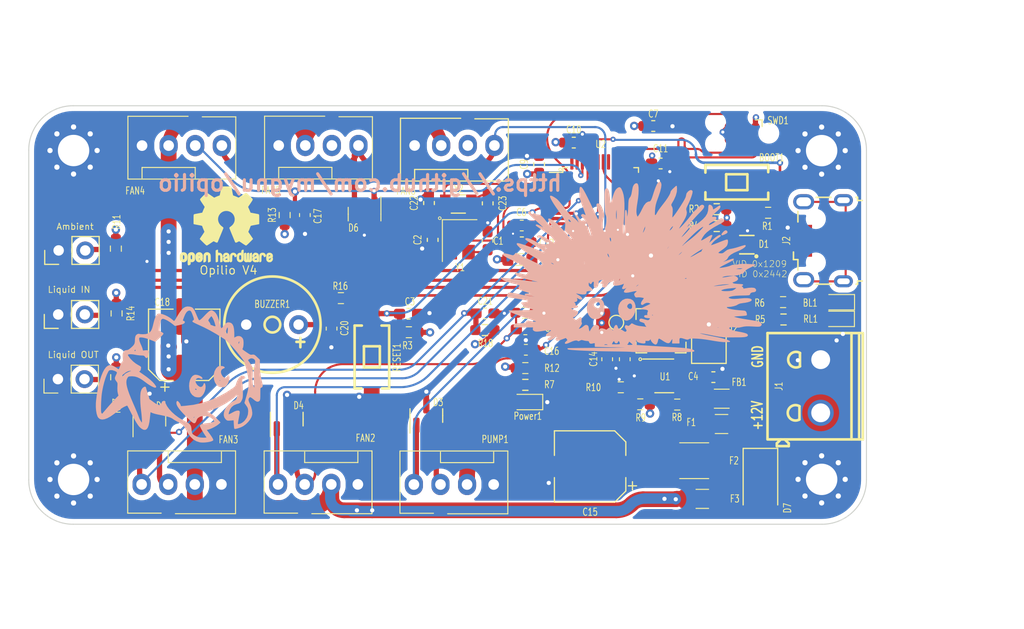
<source format=kicad_pcb>
(kicad_pcb (version 20211014) (generator pcbnew)
  (title_block (title "Opilio") (date "2022-08-15") (rev "V4.0"))
  (layers (0 "F.Cu" signal) (1 "In1.Cu" power "GND") (2 "In2.Cu" power "3V3") (31 "B.Cu" signal) (34 "B.Paste" user) (35 "F.Paste" user) (36 "B.SilkS" user "B.Silkscreen") (37 "F.SilkS" user "F.Silkscreen") (38 "B.Mask" user) (39 "F.Mask" user) (44 "Edge.Cuts" user))
  (net 0 "")
  (net 1 "BOOT0")
  (net 2 "OSCOUT")
  (net 3 "GND")
  (net 4 "OSCIN")
  (net 5 "WATER_IN_T")
  (net 6 "WATER_OUT_T")
  (net 7 "VDDA")
  (net 8 "+12VF(F)")
  (net 9 "+12VF(P)")
  (net 10 "PWM_READ1")
  (net 11 "PWM_READ3")
  (net 12 "PWM_READ2")
  (net 13 "PWM_READ4")
  (net 14 "+12V")
  (net 15 "+5V")
  (net 16 "USB_CON_D-")
  (net 17 "USB_CON_D+")
  (net 18 "SWCLK")
  (net 19 "SWIO")
  (net 20 "AMBIENT_T")
  (net 21 "PWM_OUT1")
  (net 22 "PWM_OUT3")
  (net 23 "PWM_OUT2")
  (net 24 "PWM_OUT4")
  (net 25 "Net-(Power1-Pad2)")
  (net 26 "USB_D+")
  (net 27 "USB_D-")
  (net 28 "Net-(BOOT1-Pad2)")
  (net 29 "Net-(C5-Pad1)")
  (net 30 "Net-(C5-Pad2)")
  (net 31 "Net-(F1-Pad2)")
  (net 33 "unconnected-(J2-Pad6)")
  (net 34 "RED_LED")
  (net 35 "Net-(R5-Pad2)")
  (net 36 "Net-(R8-Pad2)")
  (net 37 "BUCK_FB")
  (net 42 "BLUE_LED")
  (net 43 "Net-(BL1-Pad2)")
  (net 45 "+3.3V")
  (net 48 "BUZZER")
  (net 51 "Net-(C4-Pad1)")
  (net 52 "Net-(BUZZER1-Pad1)")
  (net 53 "NRST")
  (net 63 "CIN")
  (net 64 "COUT")
  (footprint "Resistor_SMD:R_0603_1608Metric_Pad0.98x0.95mm_HandSolder" (layer "F.Cu") (at 143.56 121.44 180)
    (fp_text reference "R18")
    (fp_text value "1k")
  )
  (footprint "Resistor_SMD:R_0603_1608Metric_Pad0.98x0.95mm_HandSolder" (layer "F.Cu") (at 165.7 109.89 180)
    (fp_text reference "R2")
    (fp_text value "10K")
  )
  (footprint "Connector_PinHeader_2.54mm:PinHeader_1x02_P2.54mm_Vertical" (layer "F.Cu") (at 102.815 119.95 90)
    (fp_text reference "J4" hide)
    (fp_text value "Conn_01x02_Male")
  )
  (footprint "Diode_SMD:D_SMA" (layer "F.Cu") (at 164.95 121.225 90)
    (fp_text reference "D2")
    (fp_text value "B230A")
  )
  (footprint "Resistor_SMD:R_0603_1608Metric_Pad0.98x0.95mm_HandSolder" (layer "F.Cu") (at 108.35 125.95 90)
    (fp_text reference "R17")
    (fp_text value "10k")
  )
  (footprint "Package_TO_SOT_SMD:SOT-23" (layer "F.Cu") (at 132.07 110.36 -90)
    (fp_text reference "D6")
    (fp_text value "SP0502BAHT")
  )
  (footprint "Resistor_SMD:R_0603_1608Metric_Pad0.98x0.95mm_HandSolder" (layer "F.Cu") (at 147.425 126.675)
    (fp_text reference "R7")
    (fp_text value "1.65K")
  )
  (footprint "Capacitor_SMD:C_0603_1608Metric_Pad1.08x0.95mm_HandSolder" (layer "F.Cu") (at 160.34 105.52)
    (fp_text reference "C11")
    (fp_text value "100nF")
  )
  (footprint "Capacitor_SMD:C_0603_1608Metric_Pad1.08x0.95mm_HandSolder" (layer "F.Cu") (at 138.575 112.82 90)
    (fp_text reference "C2")
    (fp_text value "30pF")
  )
  (footprint "Capacitor_SMD:CP_Elec_6.3x7.7" (layer "F.Cu") (at 114.85 122.85 90)
    (fp_text reference "C18")
    (fp_text value "220uF")
  )
  (footprint "Capacitor_SMD:C_0603_1608Metric_Pad1.08x0.95mm_HandSolder" (layer "F.Cu") (at 138.225 109.3 90)
    (fp_text reference "C22")
    (fp_text value "18pF")
  )
  (footprint "Connector_PinHeader_2.54mm:PinHeader_1x02_P2.54mm_Vertical" (layer "F.Cu") (at 102.855 113.83 90)
    (fp_text reference "J3" hide)
    (fp_text value "Conn_01x02_Male")
  )
  (footprint "Capacitor_SMD:C_0603_1608Metric_Pad1.08x0.95mm_HandSolder" (layer "F.Cu") (at 143.82 112.9 90)
    (fp_text reference "C1")
    (fp_text value "30pF")
  )
  (footprint "LOGO" (layer "F.Cu") (at 157.56 115.35)
    (fp_text reference "G***" hide)
    (fp_text value "LOGO" hide)
  )
  (footprint "Capacitor_SMD:C_0603_1608Metric_Pad1.08x0.95mm_HandSolder" (layer "F.Cu") (at 155.24 124.23 -90)
    (fp_text reference "C14")
    (fp_text value "10uF")
  )
  (footprint "easyeda2kicad:SW-SMD_L6.0-W3.3-LS8.0" (layer "F.Cu") (at 167.48 107.33 180)
    (fp_text reference "BOOT1")
    (fp_text value "Boot")
  )
  (footprint "Resistor_SMD:R_0603_1608Metric_Pad0.98x0.95mm_HandSolder" (layer "F.Cu") (at 172.04 118.77)
    (fp_text reference "R6")
    (fp_text value "R660")
  )
  (footprint "Capacitor_SMD:C_0603_1608Metric_Pad1.08x0.95mm_HandSolder" (layer "F.Cu") (at 143.83 109.33 -90)
    (fp_text reference "C23")
    (fp_text value "18pF")
  )
  (footprint "LED_SMD:LED_0603_1608Metric_Pad1.05x0.95mm_HandSolder" (layer "F.Cu") (at 177.19 120.37 180)
    (fp_text reference "RL1")
    (fp_text value "Red")
  )
  (footprint "Resistor_SMD:R_0603_1608Metric_Pad0.98x0.95mm_HandSolder" (layer "F.Cu") (at 172.08 120.43)
    (fp_text reference "R5")
    (fp_text value "165R")
  )
  (footprint "Resistor_SMD:R_0603_1608Metric_Pad0.98x0.95mm_HandSolder" (layer "F.Cu") (at 108.39 119.85 90)
    (fp_text reference "R14")
    (fp_text value "10k")
  )
  (footprint "Fuse:Fuse_1812_4532Metric_Pad1.30x3.40mm_HandSolder" (layer "F.Cu") (at 163.55 133.925)
    (fp_text reference "F2")
    (fp_text value "3A")
  )
  (footprint "Connector_PinHeader_2.54mm:PinHeader_1x02_P2.54mm_Vertical" (layer "F.Cu") (at 102.785 126.13 90)
    (fp_text reference "J5" hide)
    (fp_text value "Conn_01x02_Male")
  )
  (footprint "easyeda2kicad:CONN-TH_2P-P2.54_JL300-50002U01" (layer "F.Cu") (at 175.63 126.81 90)
    (fp_text reference "J1")
    (fp_text value "Screw_Terminal_01x02")
  )
  (footprint "MountingHole:MountingHole_3mm_Pad_Via" (layer "F.Cu") (at 175.72 135.71)
    (fp_text reference "H1")
    (fp_text value "MountingHole_Pad")
  )
  (footprint "Custom:USB_Micro-B_Wuerth_629105150521_narrow_holes" (layer "F.Cu") (at 175.855 112.905 90)
    (fp_text reference "J2")
    (fp_text value "USB_B_Micro")
  )
  (footprint "Custom:FanPinHeader_1x04_P2.54mm_Vertical_no_hole" (layer "F.Cu") (at 144.4 136.4 180)
    (fp_text reference "PUMP1")
    (fp_text value "Fan_4pin")
  )
  (footprint "Symbol:OSHW-Logo2_9.8x8mm_SilkScreen" (layer "F.Cu") (at 118.875 111.475)
    (fp_text reference "LOGO1" hide)
    (fp_text value "Logo_Open_Hardware_Small" hide)
  )
  (footprint "Capacitor_SMD:CP_Elec_6.3x7.7" (layer "F.Cu") (at 153.61 134.48 180)
    (fp_text reference "C15")
    (fp_text value "220uF")
  )
  (footprint "MountingHole:MountingHole_3mm_Pad_Via" (layer "F.Cu") (at 175.72 104.29)
    (fp_text reference "H2")
    (fp_text value "MountingHole_Pad")
  )
  (footprint "Capacitor_SMD:C_0603_1608Metric_Pad1.08x0.95mm_HandSolder" (layer "F.Cu") (at 147.475 123.325)
    (fp_text reference "C16")
    (fp_text value "10nF")
  )
  (footprint "Resistor_SMD:R_0603_1608Metric_Pad0.98x0.95mm_HandSolder" (layer "F.Cu") (at 165.7 111.5 180)
    (fp_text reference "R4")
    (fp_text value "1k5")
  )
  (footprint "Capacitor_SMD:C_0603_1608Metric_Pad1.08x0.95mm_HandSolder" (layer "F.Cu") (at 148.74 105.6 90)
    (fp_text reference "C9")
    (fp_text value "100nF")
  )
  (footprint "Capacitor_SMD:C_0603_1608Metric_Pad1.08x0.95mm_HandSolder" (layer "F.Cu") (at 126.37 110.45 90)
    (fp_text reference "C17")
    (fp_text value "10nF")
  )
  (footprint "Resistor_SMD:R_0603_1608Metric_Pad0.98x0.95mm_HandSolder" (layer "F.Cu") (at 136.3 121.65 180)
    (fp_text reference "R3")
    (fp_text value "10k")
  )
  (footprint "TestPoint:TestPoint_Pad_D1.0mm" (layer "F.Cu") (at 156.11 120.73)
    (fp_text reference "TP1" hide)
    (fp_text value "3v3")
  )
  (footprint "Resistor_SMD:R_0603_1608Metric_Pad0.98x0.95mm_HandSolder" (layer "F.Cu") (at 147.425 125.075)
    (fp_text reference "R12")
    (fp_text value "1k")
  )
  (footprint "Package_TO_SOT_SMD:SOT-23" (layer "F.Cu") (at 137.97 129.61 90)
    (fp_text reference "D3")
    (fp_text value "SP0502BAHT")
  )
  (footprint "Fuse:Fuse_1206_3216Metric_Pad1.42x1.75mm_HandSolder" (layer "F.Cu") (at 166.16 130.42)
    (fp_text reference "F1")
    (fp_text value "250mA")
  )
  (footprint "Custom:FanPinHeader_1x04_P2.54mm_Vertical_no_hole" (layer "F.Cu") (at 136.85 103.8)
    (fp_text reference "FAN6")
    (fp_text value "Fan_4pin")
  )
  (footprint "Capacitor_SMD:C_0603_1608Metric_Pad1.08x0.95mm_HandSolder" (layer "F.Cu") (at 152.05 103.525)
    (fp_text reference "C10")
    (fp_text value "100nF")
  )
  (footprint "LED_SMD:LED_0603_1608Metric_Pad1.05x0.95mm_HandSolder" (layer "F.Cu") (at 177.2 118.78 180)
    (fp_text reference "BL1")
    (fp_text value "Blue")
  )
  (footprint "Package_TO_SOT_SMD:SOT-23" (layer "F.Cu") (at 111.52 129.97 90)
    (fp_text reference "D5")
    (fp_text value "SP0502BAHT")
  )
  (footprint "Crystal:Crystal_SMD_3215-2Pin_3.2x1.5mm" (layer "F.Cu") (at 141.025 109.39 180)
    (fp_text reference "Y2")
    (fp_text value "YST310S 32.768KHz")
  )
  (footprint "Diode_SMD:D_SMA" (layer "F.Cu") (at 169.875 136.15 -90)
    (fp_text reference "D7")
    (fp_text value "B230A")
  )
  (footprint "Crystal:Crystal_SMD_3225-4Pin_3.2x2.5mm" (layer "F.Cu") (at 141.15 112.89 -90)
    (fp_text reference "Y1")
    (fp_text value "YSX531SL 8MHz")
  )
  (footprint "Custom:FanPinHeader_1x04_P2.54mm_Vertical_no_hole" (layer "F.Cu") (at 131.43 136.39 180)
    (fp_text reference "FAN2")
    (fp_text value "Fan_4pin")
  )
  (footprint "Package_QFP:LQFP-48_7x7mm_P0.5mm" (layer "F.Cu") (at 154.62 109.53)
    (fp_text reference "U2")
    (fp_text value "STM32F103C8T6")
  )
  (footprint "Inductor_SMD:L_0805_2012Metric_Pad1.05x1.20mm_HandSolder" (layer "F.Cu") (at 146.9 114.7)
    (fp_text reference "L2")
    (fp_text value "39nH")
  )
  (footprint "Custom:FanPinHeader_1x04_P2.54mm_Vertical_no_hole" (layer "F.Cu") (at 110.82 103.61)
    (fp_text reference "FAN4")
    (fp_text value "Fan_4pin")
  )
  (footprint "MountingHole:MountingHole_3mm_Pad_Via" (layer "F.Cu") (at 104.28 135.72)
    (fp_text reference "H3")
    (fp_text value "MountingHole_Pad")
  )
  (footprint "Resistor_SMD:R_0603_1608Metric_Pad0.98x0.95mm_HandSolder" (layer "F.Cu") (at 147.41 119.79 180)
    (fp_text reference "R15")
    (fp_text value "1k")
  )
  (footprint "Resistor_SMD:R_0603_1608Metric_Pad0.98x0.95mm_HandSolder" (layer "F.Cu") (at 124.44 110.45 90)
    (fp_text reference "R13")
    (fp_text value "1k")
  )
  (footprint "Package_TO_SOT_SMD:SOT-23-6_Handsoldering" (layer "F.Cu") (at 160.69 125.82)
    (fp_text reference "U1")
    (fp_text value "EUP3458")
  )
  (footprint "Fuse:Fuse_1206_3216Metric_Pad1.42x1.75mm_HandSolder" (layer "F.Cu") (at 164.325 137.575)
    (fp_text reference "F3")
    (fp_text value "1.1A")
  )
  (footprint "LED_SMD:LED_0603_1608Metric_Pad1.05x0.95mm_HandSolder" (layer "F.Cu") (at 147.425 128.32 180)
    (fp_text reference "Power1")
    (fp_text value "Green")
  )
  (footprint "tag_connect:Tag-Connect_TC2030-IDC-NL_2x03_P1.27mm_Vertical" (layer "F.Cu") (at 168.13 102.62 180)
    (fp_text reference "SWD1")
    (fp_text value "TC2030-IDC-NL_SWD")
  )
  (footprint "Capacitor_SMD:C_0603_1608Metric_Pad1.08x0.95mm_HandSolder" (layer "F.Cu") (at 147.09 113.05 180)
    (fp_text reference "C12")
    (fp_text value "1uF")
  )
  (footprint "Resistor_SMD:R_0603_1608Metric_Pad0.98x0.95mm_HandSolder" (layer "F.Cu") (at 129.81 118.39 180)
    (fp_text reference "R16")
    (fp_text value "100R")
  )
  (footprint "Capacitor_SMD:C_0603_1608Metric_Pad1.08x0.95mm_HandSolder" (layer "F.Cu") (at 147.425 121.375 180)
    (fp_text reference "C19")
    (fp_text value "10nF")
  )
  (footprint "Inductor_SMD:L_Bourns-SRN4018" (layer "F.Cu") (at 160.38 121.51 180)
    (fp_text reference "L1")
    (fp_text value "4.7uH")
  )
  (footprint "Resistor_SMD:R_0603_1608Metric_Pad0.98x0.95mm_HandSolder" (layer "F.Cu") (at 158.4 128.54 180)
    (fp_text reference "R9")
    (fp_text value "75k")
  )
  (footprint "easyeda2kicad:SW-SMD_L6.0-W3.3-LS8.0" (layer "F.Cu") (at 132.75 123.87 90)
    (fp_text reference "RESET1")
    (fp_text value "Reset")
  )
  (footprint "Capacitor_SMD:C_1206_3216Metric_Pad1.33x1.80mm_HandSolder" (layer "F.Cu") (at 166.18 128)
    (fp_text reference "FB1")
    (fp_text value "CBW321609U600")
  )
  (footprint "Capacitor_SMD:C_0603_1608Metric_Pad1.08x0.95mm_HandSolder" (layer "F.Cu") (at 161.39 118.18 180)
    (fp_text reference "C5")
    (fp_text value "10nF")
  )
  (footprint "easyeda2kicad:SOT-666-6_L1.6-W1.2-P0.50-LS1.6-BL" (layer "F.Cu") (at 168.5775 113.28 90)
    (fp_text reference "D1")
    (fp_text value "USBLC6-2SC6")
  )
  (footprint "Capacitor_SMD:C_0603_1608Metric_Pad1.08x0.95mm_HandSolder" (layer "F.Cu") (at 159.64 101.94)
    (fp_text reference "C7")
    (fp_text value "10uF")
  )
  (footprint "MountingHole:MountingHole_3mm_Pad_Via" (layer "F.Cu") (at 104.28 104.28)
    (fp_text reference "H4")
    (fp_text value "MountingHole_Pad")
  )
  (footprint "Resistor_SMD:R_0603_1608Metric_Pad0.98x0.95mm_HandSolder" (layer "F.Cu") (at 170.61 110.23)
    (fp_text reference "R1")
    (fp_text value "100k")
  )
  (footprint "LOGO" (layer "F.Cu") (at 114.4 125.675)
    (fp_text reference "G***" hide)
    (fp_text value "LOGO" hide)
  )
  (footprint "Capacitor_SMD:C_0603_1608Metric_Pad1.08x0.95mm_HandSolder" (layer "F.Cu") (at 165.38 125.94)
    (fp_text reference "C4")
    (fp_text value "10uF")
  )
  (footprint "Capacitor_SMD:C_0603_1608Metric_Pad1.08x0.95mm_HandSolder" (layer "F.Cu") (at 156.92 124.23 -90)
    (fp_text reference "C13")
    (fp_text value "10uF")
  )
  (footprint "Capacitor_SMD:C_0603_1608Metric_Pad1.08x0.95mm_HandSolder" (layer "F.Cu") (at 128.92 121.3 -90)
    (fp_text reference "C20")
    (fp_text value "100nF")
  )
  (footprint "Custom:FanPinHeader_1x04_P2.54mm_Vertical_no_hole" (layer "F.Cu") (at 118.4 136.39 180)
    (fp_text reference "FAN3")
    (fp_text value "Fan_4pin")
  )
  (footprint "Capacitor_SMD:C_0603_1608Metric_Pad1.08x0.95mm_HandSolder" (layer "F.Cu") (at 143.57 119.85 180)
    (fp_text reference "C21")
    (fp_text value "10nF")
  )
  (footprint "Resistor_SMD:R_0603_1608Metric_Pad0.98x0.95mm_HandSolder" (layer "F.Cu") (at 161.93 128.56 180)
    (fp_text reference "R8")
    (fp_text value "22R")
  )
  (footprint "Resistor_SMD:R_0603_1608Metric_Pad0.98x0.95mm_HandSolder" (layer "F.Cu") (at 108.32 113.66 90)
    (fp_text reference "R11")
    (fp_text value "10k")
  )
  (footprint "Capacitor_SMD:C_0603_1608Metric_Pad1.08x0.95mm_HandSolder" (layer "F.Cu") (at 136.275 119.875)
    (fp_text reference "C3")
    (fp_text value "100nF")
  )
  (footprint "Custom:FanPinHeader_1x04_P2.54mm_Vertical_no_hole" (layer "F.Cu") (at 123.87 103.6)
    (fp_text reference "FAN5")
    (fp_text value "Fan_4pin")
  )
  (footprint "Resistor_SMD:R_0603_1608Metric_Pad0.98x0.95mm_HandSolder" (layer "F.Cu") (at 156.54 126.91 180)
    (fp_text reference "R10")
    (fp_text value "24k")
  )
  (footprint "Capacitor_SMD:C_0603_1608Metric_Pad1.08x0.95mm_HandSolder" (layer "F.Cu") (at 147.08 111.45 180)
    (fp_text reference "C6")
    (fp_text value "10nF")
  )
  (footprint "Package_TO_SOT_SMD:SOT-23" (layer "F.Cu") (at 124.64 129.95 90)
    (fp_text reference "D4")
    (fp_text value "SP0502BAHT")
  )
  (footprint "Capacitor_SMD:C_0603_1608Metric_Pad1.08x0.95mm_HandSolder" (layer "F.Cu") (at 158.425 115.5)
    (fp_text reference "C8")
    (fp_text value "100nF")
  )
  (footprint "easyeda2kicad:BUZ-TH_BD9.0-P5.00-D0.6-FD" (layer "F.Cu") (at 123.27 120.92 180)
    (fp_text reference "BUZZER1")
    (fp_text value "HNB09A03")
  )
  (gr_circle (center 139.25 110.75) (end 139.38 110.75) (layer "F.SilkS") (width 0.08) (fill none))
  (gr_circle (center 150.75 106.1) (end 150.88 106.1) (layer "F.SilkS") (width 0.08) (fill none))
  (gr_circle (center 158.4 124.23) (end 158.53 124.23) (layer "F.SilkS") (width 0.1) (fill none))
  (gr_line (start 175.758938 139.998938) (end 104.241062 139.998937) (layer "Edge.Cuts") (width 0.1))
  (gr_arc locked (start 179.998937 135.758938) (mid 178.760323 138.760324) (end 175.758938 139.998938) (layer "Edge.Cuts") (width 0.1))
  (gr_arc locked (start 100.001063 104.241062) (mid 101.239677 101.239676) (end 104.241062 100.001062) (layer "Edge.Cuts") (width 0.1))
  (gr_line (start 104.241062 100.001062) (end 175.76 100.000001) (layer "Edge.Cuts") (width 0.1))
  (gr_line (start 100.001062 135.758938) (end 100.001063 104.241062) (layer "Edge.Cuts") (width 0.1))
  (gr_arc locked (start 175.76 100.000001) (mid 178.761386 101.238615) (end 180 104.24) (layer "Edge.Cuts") (width 0.1))
  (gr_line (start 180 104.24) (end 179.998937 135.758938) (layer "Edge.Cuts") (width 0.1))
  (gr_arc locked (start 104.241062 139.998937) (mid 101.239676 138.760323) (end 100.001062 135.758938) (layer "Edge.Cuts") (width 0.1))
  (gr_text "https://github.com/mygnu/opilio" (at 131.625 107.4) (layer "B.SilkS") (effects (font (size 1.5 1.5) (thickness 0.3)) (justify mirror)))
  (gr_text "Opilio V4" (at 119.075 115.725) (layer "F.SilkS") (effects (font (size 0.8 0.8) (thickness 0.1))))
  (gr_text "Liquid OUT" (at 104.25 123.8) (layer "F.SilkS") (effects (font (size 0.6 0.6) (thickness 0.08))))
  (gr_text "Ambient\n" (at 104.425 111.55) (layer "F.SilkS") (effects (font (size 0.6 0.6) (thickness 0.08))))
  (gr_text "Liquid IN" (at 103.85 117.575) (layer "F.SilkS") (effects (font (size 0.6 0.6) (thickness 0.08))))
  (gr_text "GND" (at 169.61 123.98 90) (layer "F.SilkS") (effects (font (size 1 0.7))))
  (gr_text "+12V" (at 169.57 129.6 90) (layer "F.SilkS") (effects (font (size 1 0.7))))
  (gr_text "VID 0x1209\nPID 0x2442" (at 169.8 115.6) (layer "F.SilkS") (effects (font (size 0.6 0.6) (thickness 0.05))))
  (segment (start 154.03 103.48) (end 154.125 103.385) (width 0.2) (layer "F.Cu") (net 1))
  (segment (start 154.547487 103.21) (end 155.8 103.21) (width 0.2) (layer "F.Cu") (net 1))
  (segment (start 171.24 108.44) (end 170.115646 109.564354) (width 0.5) (layer "F.Cu") (net 1))
  (segment (start 153.87 105.3675) (end 153.87 103.866274) (width 0.2) (layer "F.Cu") (net 1))
  (segment (start 171.48 107.33) (end 171.48 107.860589) (width 0.5) (layer "F.Cu") (net 1))
  (segment (start 171.74 105.45) (end 171.74 106.87) (width 0.25) (layer "F.Cu") (net 1))
  (via (at 155.8 103.21) (size 0.5) (drill 0.2) (layers "F.Cu" "B.Cu") (net 1))
  (via (at 171.74 105.45) (size 0.6) (drill 0.3) (layers "F.Cu" "B.Cu") (net 1))
  (arc (start 153.87 103.866274) (mid 153.911583 103.657224) (end 154.03 103.48) (width 0.2) (layer "F.Cu") (net 1))
  (arc (start 170.115646 109.564354) (mid 169.902387 109.883519) (end 169.8275 110.26) (width 0.5) (layer "F.Cu") (net 1))
  (arc (start 154.125 103.385) (mid 154.318838 103.255481) (end 154.547487 103.21) (width 0.2) (layer "F.Cu") (net 1))
  (arc (start 171.48 107.860589) (mid 171.417626 108.174164) (end 171.24 108.44) (width 0.5) (layer "F.Cu") (net 1))
  (segment (start 171.74 105.45) (end 164.53 105.45) (width 0.25) (layer "B.Cu") (net 1))
  (segment (start 155.851621 103.261621) (end 162.341621 103.261621) (width 0.2) (layer "B.Cu") (net 1))
  (arc (start 162.341621 103.261621) (mid 163.316282 103.665339) (end 163.72 104.64) (width 0.2) (layer "B.Cu") (net 1))
  (arc (start 155.8 103.21) (mid 155.815119 103.246502) (end 155.851621 103.261621) (width 0.2) (layer "B.Cu") (net 1))
  (arc (start 164.53 105.45) (mid 163.957244 105.212756) (end 163.72 104.64) (width 0.25) (layer "B.Cu") (net 1))
  (segment (start 145.33 113.15) (end 145.33 110.695) (width 0.2) (layer "F.Cu") (net 2))
  (segment (start 143.82 113.6325) (end 144.8475 113.6325) (width 0.2) (layer "F.Cu") (net 2))
  (segment (start 142 113.99) (end 143.2925 113.99) (width 0.2) (layer "F.Cu") (net 2))
  (segment (start 143.2925 113.99) (end 143.79 113.4925) (width 0.2) (layer "F.Cu") (net 2))
  (segment (start 146.725 109.3) (end 150.4375 109.3) (width 0.2) (layer "F.Cu") (net 2))
  (arc (start 145.33 110.695) (mid 145.738586 109.708586) (end 146.725 109.3) (width 0.2) (layer "F.Cu") (net 2))
  (arc (start 144.8475 113.6325) (mid 145.188679 113.491179) (end 145.33 113.15) (width 0.2) (layer "F.Cu") (net 2))
  (segment (start 146.2475 112.3025) (end 146.2475 113.02) (width 0.5) (layer "F.Cu") (net 3))
  (segment (start 132.05 110.94375) (end 132.05 112.33625) (width 0.5) (layer "F.Cu") (net 3))
  (segment (start 157.6475 125.82) (end 157.83 125.82) (width 0.7) (layer "F.Cu") (net 3))
  (segment (start 157.83 125.82) (end 159.34 125.82) (width 0.7) (layer "F.Cu") (net 3))
  (segment (start 132.75 127.87) (end 131.61 127.87) (width 0.5) (layer "F.Cu") (net 3))
  (segment (start 156.87 112.61) (end 157.18 112.3) (width 0.3) (layer "F.Cu") (net 3))
  (segment (start 143.83 111.186) (end 143.83 112.013358) (width 0.2) (layer "F.Cu") (net 3))
  (segment (start 178.075 120.985) (end 178.075 118.78) (width 0.5) (layer "F.Cu") (net 3))
  (segment (start 166.396798 102.433201) (end 166.663202 102.166798) (width 0.5) (layer "F.Cu") (net 3))
  (segment (start 147.5825 104.7975) (end 147.58 104.8) (width 0.25) (layer "F.Cu") (net 3))
  (segment (start 145.437134 119.82) (end 144.419634 119.82) (width 0.5) (layer "F.Cu") (net 3))
  (segment (start 150.95125 110.28) (end 152.32875 110.28) (width 0.3) (layer "F.Cu") (net 3))
  (segment (start 146.771244 123.021257) (end 148.2625 121.53) (width 0.5) (layer "F.Cu") (net 3))
  (segment (start 148.71375 128.36) (end 149.18625 128.36) (width 0.5) (layer "F.Cu") (net 3))
  (segment (start 171.6525 110.779467) (end 171.6525 110.26) (width 0.4) (layer "F.Cu") (net 3))
  (segment (start 143.79 111.7675) (end 142.0225 111.7675) (width 0.3) (layer "F.Cu") (net 3))
  (segment (start 161.2225 105.49) (end 161.2225 106.293965) (width 0.5) (layer "F.Cu") (net 3))
  (segment (start 152.5 103.99) (end 152.806486 103.683514) (width 0.3) (layer "F.Cu") (net 3))
  (segment (start 175.63 124.27) (end 173.555 124.27) (width 1.5) (layer "F.Cu") (net 3))
  (segment (start 138.5 113.6625) (end 139.9725 113.6625) (width 0.4) (layer "F.Cu") (net 3))
  (segment (start 152.87 103.728698) (end 152.87 102.691302) (width 0.5) (layer "F.Cu") (net 3))
  (segment (start 146.2475 111.51) (end 146.2475 112.3025) (width 0.5) (layer "F.Cu") (net 3))
  (segment (start 166.25 126.046875) (end 166.25 125.153125) (width 0.7) (layer "F.Cu") (net 3))
  (segment (start 128.91 122.1725) (end 128.91 123.08) (width 0.5) (layer "F.Cu") (net 3))
  (segment (start 172.315 135.71) (end 170.025 138) (width 1.5) (layer "F.Cu") (net 3))
  (segment (start 156.92 125.6175) (end 156.38375 126.15375) (width 0.7) (layer "F.Cu") (net 3))
  (segment (start 156.92 125.0925) (end 156.92 125.6175) (width 0.7) (layer "F.Cu") (net 3))
  (segment (start 111.54 128.7825) (end 111.54 127.52) (width 0.5) (layer "F.Cu") (net 3))
  (segment (start 160.026049 107.28) (end 160.125549 107.1805) (width 0.3) (layer "F.Cu") (net 3))
  (segment (start 159.413321 115.43) (end 159.413321 114.316642) (width 0.5) (layer "F.Cu") (net 3))
  (segment (start 175.72 135.71) (end 172.315 135.71) (width 1.5) (layer "F.Cu") (net 3))
  (segment (start 168.65 112.88) (end 168.65 112.02) (width 0.3) (layer "F.Cu") (net 3))
  (segment (start 115.05 122.515) (end 115.05 121.135) (width 1) (layer "F.Cu") (net 3))
  (segment (start 156.38375 126.15375) (end 155.6275 126.91) (width 0.7) (layer "F.Cu") (net 3))
  (segment (start 138.5 113.6625) (end 137.5025 113.6625) (width 0.5) (layer "F.Cu") (net 3))
  (segment (start 172.48 111.65) (end 171.707071 110.877071) (width 0.4) (layer "F.Cu") (net 3))
  (segment (start 143.83 110.1925) (end 143.83 111.186) (width 0.2) (layer "F.Cu") (net 3))
  (segment (start 155.24 125.0925) (end 156.0775 125.0925) (width 0.7) (layer "F.Cu") (net 3))
  (segment (start 169.31 113.28) (end 169.05 113.28) (width 0.3) (layer "F.Cu") (net 3))
  (segment (start 124.65 128.87) (end 124.65 127.685784) (width 0.5) (layer "F.Cu") (net 3))
  (segment (start 137.98 128.65) (end 137.98 127.351642) (width 0.5) (layer "F.Cu") (net 3))
  (segment (start 175.61 123.94) (end 177.255 122.295) (width 1.2) (layer "F.Cu") (net 3))
  (segment (start 160.525 101.97) (end 161.4775 101.97) (width 0.5) (layer "F.Cu") (net 3))
  (segment (start 156.92 125.0925) (end 157.6475 125.82) (width 0.7) (layer "F.Cu") (net 3))
  (segment (start 126.38 111.1425) (end 126.38 112.25) (width 0.5) (layer "F.Cu") (net 3))
  (segment (start 137.2325 119.85) (end 138.24 119.85) (width 0.5) (layer "F.Cu") (net 3))
  (segment (start 164.95 120.935) (end 164.95 119.965) (width 0.7) (layer "F.Cu") (net 3))
  (segment (start 156.0775 125.0925) (end 156.92 125.0925) (width 0.7) (layer "F.Cu") (net 3))
  (segment (start 148.49 104.7975) (end 147.5825 104.7975) (width 0.5) (layer "F.Cu") (net 3))
  (segment (start 156.87 113.6925) (end 156.87 112.61) (width 0.3) (layer "F.Cu") (net 3))
  (segment (start 174.265 111.615) (end 172.515 111.615) (width 0.4) (layer "F.Cu") (net 3))
  (segment (start 158.7825 107.28) (end 160.026049 107.28) (width 0.3) (layer "F.Cu") (net 3))
  (segment (start 152.37 105.3675) (end 152.37 104.303847) (width 0.3) (layer "F.Cu") (net 3))
  (segment (start 137.838201 108.541798) (end 137.414 108.966) (width 0.4) (layer "F.Cu") (net 3))
  (segment (start 177.255 122.295) (end 177.728517 121.821483) (width 1.2) (layer "F.Cu") (net 3))
  (segment (start 149.66 136.045) (end 149.66 134.515) (width 1) (layer "F.Cu") (net 3))
  (via (at 137.57 113.65) (size 0.8) (drill 0.4) (layers "F.Cu" "B.Cu") (net 3))
  (via (at 137.414 108.966) (size 0.8) (drill 0.4) (layers "F.Cu" "B.Cu") (net 3))
  (via (at 177.15 122.43) (size 0.8) (drill 0.4) (layers "F.Cu" "B.Cu") (net 3))
  (via (at 172.48 111.65) (size 0.8) (drill 0.4) (layers "F.Cu" "B.Cu") (net 3))
  (via (at 157.83 125.82) (size 0.6) (drill 0.3) (layers "F.Cu" "B.Cu") (net 3))
  (via (at 137.97 127.3275) (size 0.8) (drill 0.4) (layers "F.Cu" "B.Cu") (net 3))
  (via (at 147.47 122.41) (size 0.8) (drill 0.4) (layers "F.Cu" "B.Cu") (net 3))
  (via (at 132.05 112.37) (size 0.6) (drill 0.3) (layers "F.Cu" "B.Cu") (net 3))
  (via (at 160.125549 107.1805) (size 0.6) (drill 0.3) (layers "F.Cu" "B.Cu") (net 3))
  (via (at 150.53 114.72) (size 0.6) (drill 0.3) (layers "F.Cu" "B.Cu") (net 3))
  (via (at 147.58 104.8) (size 0.8) (drill 0.4) (layers "F.Cu" "B.Cu") (net 3))
  (via (at 115.05 122.525) (size 0.8) (drill 0.4) (layers "F.Cu" "B.Cu") (net 3))
  (via (at 159.42 114.32) (size 0.8) (drill 0.4) (layers "F.Cu" "B.Cu") (net 3))
  (via (at 168.64 111.95) (size 0.6) (drill 0.3) (layers "F.Cu" "B.Cu") (net 3))
  (via (at 146.2475 112.23) (size 0.5) (drill 0.2) (layers "F.Cu" "B.Cu") (net 3))
  (via (at 138.27 119.82) (size 0.8) (drill 0.4) (layers "F.Cu" "B.Cu") (net 3))
  (via (at 143.83 111.186) (size 0.6) (drill 0.3) (layers "F.Cu" "B.Cu") (net 3))
  (via (at 157.18 112.3) (size 0.6) (drill 0.3) (layers "F.Cu" "B.Cu") (net 3))
  (via (at 166.28 102.52) (size 0.6) (drill 0.3) (layers "F.Cu" "B.Cu") (net 3))
  (via (at 156.38375 126.15375) (size 0.6) (drill 0.3) (layers "F.Cu" "B.Cu") (net 3))
  (via (at 152.3 110.31) (size 0.6) (drill 0.3) (layers "F.Cu" "B.Cu") (net 3))
  (via (at 111.54 127.52) (size 0.8) (drill 0.4) (layers "F.Cu" "B.Cu") (net 3))
  (via (at 124.67 127.6375) (size 0.8) (drill 0.4) (layers "F.Cu" "B.Cu") (net 3))
  (via (at 166.25 125.15) (size 0.8) (drill 0.4) (layers "F.Cu" "B.Cu") (net 3))
  (via (at 173.45 124.325) (size 0.8) (drill 0.4) (layers "F.Cu" "B.Cu") (net 3))
  (via (at 149.52 128.33) (size 0.8) (drill 0.4) (layers "F.Cu" "B.Cu") (net 3))
  (via (at 161.22 106.3) (size 0.6) (drill 0.3) (layers "F.Cu" "B.Cu") (net 3))
  (via (at 161.4775 101.96) (size 0.8) (drill 0.4) (layers "F.Cu" "B.Cu") (net 3))
  (via (at 149.66 136.05) (size 0.8) (drill 0.4) (layers "F.Cu" "B.Cu") (net 3))
  (via (at 131.56 127.82) (size 0.8) (drill 0.4) (layers "F.Cu" "B.Cu") (net 3))
  (via (at 177.75 121.81) (size 0.8) (drill 0.4) (layers "F.Cu" "B.Cu") (net 3))
  (via (at 152.87 102.72) (size 0.6) (drill 0.3) (layers "F.Cu" "B.Cu") (net 3))
  (via (at 164.95 120.9) (size 0.8) (drill 0.4) (layers "F.Cu" "B.Cu") (net 3))
  (via (at 126.38 112.25) (size 0.8) (drill 0.4) (layers "F.Cu" "B.Cu") (net 3))
  (via (at 145.418384 119.84) (size 0.6) (drill 0.3) (layers "F.Cu" "B.Cu") (net 3))
  (via (at 128.9 123.09) (size 0.8) (drill 0.4) (layers "F.Cu" "B.Cu") (net 3))
  (via (at 156.0775 125.0925) (size 0.6) (drill 0.3) (layers "F.Cu" "B.Cu") (net 3))
  (via (at 111.29 114.88) (size 0.6) (drill 0.3) (layers "F.Cu" "B.Cu") (net 3))
  (arc (start 169.05 113.28) (mid 168.767157 113.162843) (end 168.65 112.88) (width 0.3) (layer "F.Cu") (net 3))
  (arc (start 171.707071 110.877071) (mid 171.699239 110.871838) (end 171.69 110.87) (width 0.4) (layer "F.Cu") (net 3))
  (arc (start 173.555 124.27) (mid 173.533787 124.278787) (end 173.525 124.3) (width 1.5) (layer "F.Cu") (net 3))
  (arc (start 137.98 127.351642) (mid 137.977401 127.338576) (end 137.97 127.3275) (width 0.5) (layer "F.Cu") (net 3))
  (arc (start 172.515 111.615) (mid 172.490251 111.625251) (end 172.48 111.65) (width 0.4) (layer "F.Cu") (net 3))
  (arc (start 138.24 119.85) (mid 138.261213 119.841213) (end 138.27 119.82) (width 0.5) (layer "F.Cu") (net 3))
  (arc (start 124.65 127.685784) (mid 124.655198 127.659653) (end 124.67 127.6375) (width 0.5) (layer "F.Cu") (net 3))
  (arc (start 171.69 110.87) (mid 171.662245 110.828463) (end 171.6525 110.779467) (width 0.4) (layer "F.Cu") (net 3))
  (arc (start 161.2225 106.293965) (mid 161.22185 106.297231) (end 161.22 106.3) (width 0.3) (layer "F.Cu") (net 3))
  (arc (start 131.61 127.87) (mid 131.574645 127.855355) (end 131.56 127.82) (width 0.5) (layer "F.Cu") (net 3))
  (arc (start 146.6475 123.32) (mid 146.67966 123.158321) (end 146.771244 123.021257) (width 0.5) (layer "F.Cu") (net 3))
  (arc (start 128.91 123.08) (mid 128.907071 123.087071) (end 128.9 123.09) (width 0.5) (layer "F.Cu") (net 3))
  (arc (start 152.37 104.303847) (mid 152.403786 104.133994) (end 152.5 103.99) (width 0.3) (layer "F.Cu") (net 3))
  (arc (start 177.728517 121.821483) (mid 177.984952 121.437701) (end 178.075 120.985) (width 0.5) (layer "F.Cu") (net 3))
  (segment (start 140.67 112.89) (end 144.51 112.89) (width 0.2) (layer "F.Cu") (net 4))
  (segment (start 140.3 111.79) (end 140.3 112.52) (width 0.25) (layer "F.Cu") (net 4))
  (segment (start 146.275 108.8) (end 150.4375 108.8) (width 0.2) (layer "F.Cu") (net 4))
  (segment (start 138.5 111.9375) (end 140.1525 111.9375) (width 0.3) (layer "F.Cu") (net 4))
  (segment (start 144.81 112.59) (end 144.81 110.265) (width 0.2) (layer "F.Cu") (net 4))
  (arc (start 144.81 110.265) (mid 145.239089 109.229089) (end 146.275 108.8) (width 0.2) (layer "F.Cu") (net 4))
  (arc (start 144.51 112.89) (mid 144.722132 112.802132) (end 144.81 112.59) (width 0.2) (layer "F.Cu") (net 4))
  (arc (start 140.3 112.52) (mid 140.40837 112.78163) (end 140.67 112.89) (width 0.2) (layer "F.Cu") (net 4))
  (segment (start 152.87 115.22) (end 152.87 113.6925) (width 0.3) (layer "F.Cu") (net 5))
  (segment (start 105.385 120.03) (end 107.3775 120.03) (width 0.5) (layer "F.Cu") (net 5))
  (segment (start 109.55 118.27) (end 109.55 119.4225) (width 0.3) (layer "F.Cu") (net 5))
  (segment (start 111.14 116.68) (end 151.41 116.68) (width 0.3) (layer "F.Cu") (net 5))
  (arc (start 107.3775 120.03) (mid 107.930811 120.259189) (end 108.16 120.8125) (width 0.5) (layer "F.Cu") (net 5))
  (arc (start 151.41 116.68) (mid 152.442376 116.252376) (end 152.87 115.22) (width 0.3) (layer "F.Cu") (net 5))
  (arc (start 109.55 118.27) (mid 110.0157 117.1457) (end 111.14 116.68) (width 0.3) (layer "F.Cu") (net 5))
  (arc (start 109.55 119.4225) (mid 109.142878 120.405378) (end 108.16 120.8125) (width 0.3) (layer "F.Cu") (net 5))
  (segment (start 151.29 117.36) (end 111.7 117.36) (width 0.3) (layer "F.Cu") (net 6))
  (segment (start 153.37 113.6925) (end 153.37 115.28) (width 0.3) (layer "F.Cu") (net 6))
  (segment (start 105.365 126.17) (end 107.2975 126.17) (width 0.5) (layer "F.Cu") (net 6))
  (segment (start 110.25 118.81) (end 110.25 125.84) (width 0.3) (layer "F.Cu") (net 6))
  (segment (start 109.12 126.97) (end 108.1025 126.97) (width 0.3) (layer "F.Cu") (net 6))
  (arc (start 107.2975 126.17) (mid 107.864953 126.405047) (end 108.1 126.9725) (width 0.5) (layer "F.Cu") (net 6))
  (arc (start 111.7 117.36) (mid 110.674695 117.784695) (end 110.25 118.81) (width 0.3) (layer "F.Cu") (net 6))
  (arc (start 153.37 115.28) (mid 152.760782 116.750782) (end 151.29 117.36) (width 0.3) (layer "F.Cu") (net 6))
  (arc (start 110.25 125.84) (mid 109.919031 126.639031) (end 109.12 126.97) (width 0.3) (layer "F.Cu") (net 6))
  (segment (start 150.4575 110.78) (end 149.754597 110.78) (width 0.3) (layer "F.Cu") (net 7))
  (segment (start 147.99 111.35875) (end 147.99 114.34125) (width 0.5) (layer "F.Cu") (net 7))
  (segment (start 150.4575 110.78) (end 149.493454 110.78) (width 0.3) (layer "F.Cu") (net 7))
  (arc (start 149.493454 110.78) (mid 148.67032 110.943732) (end 147.9725 111.41) (width 0.3) (layer "F.Cu") (net 7))
  (segment (start 113.36 112.015) (end 113.36 113.015) (width 1.5) (layer "F.Cu") (net 8))
  (segment (start 128.89 136.19) (end 128.89 137.43) (width 1.5) (layer "F.Cu") (net 8))
  (segment (start 115.86 136.19) (end 115.86 137.43) (width 1.5) (layer "F.Cu") (net 8))
  (segment (start 113.36 125.19) (end 113.36 123.21) (width 1.5) (layer "F.Cu") (net 8))
  (segment (start 116.87 138.44) (end 124.365 138.44) (width 1.5) (layer "F.Cu") (net 8))
  (segment (start 126.816798 138.44) (end 124.365 138.44) (width 1.5) (layer "F.Cu") (net 8))
  (segment (start 117.1 138.44) (end 126.58 138.44) (width 1.2) (layer "F.Cu") (net 8))
  (segment (start 161.4075 137.57) (end 162.67 137.57) (width 1.2) (layer "F.Cu") (net 8))
  (segment (start 113.36 103.81) (end 113.36 112.015) (width 1.5) (layer "F.Cu") (net 8))
  (segment (start 161.886568 137.57) (end 162.8425 137.57) (width 1.5) (layer "F.Cu") (net 8))
  (segment (start 124.1 101.47) (end 115.66 101.47) (width 1.2) (layer "F.Cu") (net 8))
  (segment (start 132.8 138.67) (end 156.114401 138.67) (width 1.5) (layer "F.Cu") (net 8))
  (segment (start 130.13 138.67) (end 132.8 138.67) (width 1.5) (layer "F.Cu") (net 8))
  (segment (start 137.15 101.56) (end 128.65 101.56) (width 1.2) (layer "F.Cu") (net 8))
  (segment (start 161.79 137.61) (end 158.673467 137.61) (width 1.5) (layer "F.Cu") (net 8))
  (segment (start 114.69 125.56) (end 113.73 125.56) (width 1.5) (layer "F.Cu") (net 8))
  (segment (start 132.8 138.67) (end 129.97 138.67) (width 1) (layer "F.Cu") (net 8))
  (segment (start 124.365 138.44) (end 126.58 138.44) (width 1.5) (layer "F.Cu") (net 8))
  (segment (start 115.82 136.22) (end 115.82 137.16) (width 1.2) (layer "F.Cu") (net 8))
  (segment (start 115.86 136.19) (end 115.86 126.73) (width 1.5) (layer "F.Cu") (net 8))
  (segment (start 113.36 113.015) (end 113.36 114.065) (width 1.5) (layer "F.Cu") (net 8))
  (segment (start 128.79 137.49) (end 128.79 136.43) (width 1) (layer "F.Cu") (net 8))
  (via (at 113.36 114.065) (size 0.8) (drill 0.4) (layers "F.Cu" "B.Cu") (net 8))
  (via (at 131.34 138.67) (size 0.8) (drill 0.4) (layers "F.Cu" "B.Cu") (net 8))
  (via (at 113.36 112.015) (size 0.8) (drill 0.4) (layers "F.Cu" "B.Cu") (net 8))
  (via (at 161.79 137.61) (size 0.8) (drill 0.4) (layers "F.Cu" "B.Cu") (net 8))
  (via (at 160.71 137.57) (size 0.8) (drill 0.4) (layers "F.Cu" "B.Cu") (net 8))
  (via (at 132.8 138.67) (size 0.8) (drill 0.4) (layers "F.Cu" "B.Cu") (net 8))
  (via (at 113.325 122.925) (size 0.8) (drill 0.4) (layers "F.Cu" "B.Cu") (net 8))
  (via (at 113.36 125.19) (size 0.8) (drill 0.4) (layers "F.Cu" "B.Cu") (net 8))
  (via (at 113.36 113.015) (size 0.8) (drill 0.4) (layers "F.Cu" "B.Cu") (net 8))
  (via (at 113.36 123.965) (size 0.8) (drill 0.4) (layers "F.Cu" "B.Cu") (net 8))
  (arc (start 161.79 137.61) (mid 161.834305 137.580396) (end 161.886568 137.57) (width 1.5) (layer "F.Cu") (net 8))
  (arc (start 126.42 103.79) (mid 125.740488 102.149512) (end 124.1 101.47) (width 1.2) (layer "F.Cu") (net 8))
  (arc (start 161.79 137.61) (mid 161.804645 137.574645) (end 161.84 137.56) (width 1) (layer "F.Cu") (net 8))
  (arc (start 115.66 101.47) (mid 114.019512 102.149512) (end 113.34 103.79) (width 1.2) (layer "F.Cu") (net 8))
  (arc (start 156.114401 138.67) (mid 156.904871 138.512765) (end 157.575 138.065) (width 1.5) (layer "F.Cu") (net 8))
  (arc (start 158.673467 137.61) (mid 158.078981 137.728251) (end 157.575 138.065) (width 1.5) (layer "F.Cu") (net 8))
  (arc (start 115.82 137.16) (mid 116.194903 138.065097) (end 117.1 138.44) (width 1.2) (layer "F.Cu") (net 8))
  (arc (start 128.65 101.56) (mid 127.073152 102.213152) (end 126.42 103.79) (width 1.2) (layer "F.Cu") (net 8))
  (arc (start 129.97 138.67) (mid 129.135614 138.324386) (end 128.79 137.49) (width 1) (layer "F.Cu") (net 8))
  (arc (start 115.86 137.43) (mid 116.155822 138.144178) (end 116.87 138.44) (width 1.5) (layer "F.Cu") (net 8))
  (arc (start 115.86 126.73) (mid 115.517315 125.902685) (end 114.69 125.56) (width 1.5) (layer "F.Cu") (net 8))
  (arc (start 128.89 136.366798) (mid 128.282773 137.832773) (end 126.816798 138.44) (width 1.5) (layer "F.Cu") (net 8))
  (arc (start 113.73 125.56) (mid 113.46837 125.45163) (end 113.36 125.19) (width 1.5) (layer "F.Cu") (net 8))
  (arc (start 113.4 123.05) (mid 113.382426 123.007574) (end 113.34 122.99) (width 1.5) (layer "F.Cu") (net 8))
  (arc (start 128.89 137.43) (mid 129.253188 138.306812) (end 130.13 138.67) (width 1.5) (layer "F.Cu") (net 8))
  (arc (start 126.58 138.44) (mid 128.142706 137.792706) (end 128.79 136.23) (width 1.2) (layer "F.Cu") (net 8))
  (arc (start 139.38 103.79) (mid 138.726848 102.213152) (end 137.15 101.56) (width 1.2) (layer "F.Cu") (net 8))
  (segment (start 128.79 136.23) (end 128.79 137.44) (width 1) (layer "B.Cu") (net 8))
  (segment (start 113.36 123.965) (end 113.36 125.19) (width 1.5) (layer "B.Cu") (net 8))
  (segment (start 130.02 138.67) (end 131.34 138.67) (width 1) (layer "B.Cu") (net 8))
  (segment (start 113.36 114.065) (end 113.36 125.19) (width 1.5) (layer "B.Cu") (net 8))
  (segment (start 130.81 138.75) (end 156.206533 138.75) (width 1) (layer "B.Cu") (net 8))
  (segment (start 157.305 138.295) (end 157.473101 138.126899) (width 1) (layer "B.Cu") (net 8))
  (segment (start 113.36 114.065) (end 113.36 112.015) (width 1.5) (layer "B.Cu") (net 8))
  (segment (start 158.89 137.54) (end 161.72 137.54) (width 1) (layer "B.Cu") (net 8))
  (arc (start 161.72 137.54) (mid 161.769497 137.560503) (end 161.79 137.61) (width 1) (layer "B.Cu") (net 8))
  (arc (start 157.473101 138.126899) (mid 158.123179 137.69253) (end 158.89 137.54) (width 1) (layer "B.Cu") (net 8))
  (arc (start 156.206533 138.75) (mid 156.801019 138.631749) (end 157.305 138.295) (width 1) (layer "B.Cu") (net 8))
  (arc (start 128.79 137.44) (mid 129.150259 138.309741) (end 130.02 138.67) (width 1) (layer "B.Cu") (net 8))
  (segment (start 154.33 132.35) (end 144.9 132.35) (width 1.5) (layer "F.Cu") (net 9))
  (segment (start 156.31 134.48) (end 156.31 134.33) (width 1.5) (layer "F.Cu") (net 9))
  (segment (start 155.8325 134.34) (end 160.8275 134.34) (width 1.2) (layer "F.Cu") (net 9))
  (segment (start 156.31 134.48) (end 160.585 134.48) (width 1.5) (layer "F.Cu") (net 9))
  (segment (start 141.86 135.39) (end 141.86 136.2) (width 1.5) (layer "F.Cu") (net 9))
  (arc (start 154.33 132.35) (mid 155.78664 132.95336) (end 156.39 134.41) (width 1.2) (layer "F.Cu") (net 9))
  (arc (start 160.585 134.48) (mid 160.966838 134.321838) (end 161.125 133.94) (width 1.5) (layer "F.Cu") (net 9))
  (arc (start 156.31 134.33) (mid 155.730071 132.929929) (end 154.33 132.35) (width 1.5) (layer "F.Cu") (net 9))
  (arc (start 144.9 132.35) (mid 142.750395 133.240395) (end 141.86 135.39) (width 1.5) (layer "F.Cu") (net 9))
  (segment (start 148.4025 123.38) (end 148.4025 124.97) (width 0.2) (layer "F.Cu") (net 10))
  (segment (start 149.358354 122.911646) (end 149.4 122.87) (width 0.3) (layer "F.Cu") (net 10))
  (segment (start 156.24 108.28) (end 156.24 111.811716) (width 0.2) (layer "F.Cu") (net 10))
  (segment (start 139.145668 130.004333) (end 144.495 124.655) (width 0.2) (layer "F.Cu") (net 10))
  (segment (start 147.195 124.145) (end 145.726248 124.145) (width 0.2) (layer "F.Cu") (net 10))
  (segment (start 155.29 106.89) (end 155.928872 107.528872) (width 0.2) (layer "F.Cu") (net 10))
  (segment (start 138.92 130.7075) (end 138.92 135.234315) (width 0.5) (layer "F.Cu") (net 10))
  (segment (start 148.3725 123.32) (end 147.796755 123.895745) (width 0.2) (layer "F.Cu") (net 10))
  (via (at 149.4 122.87) (size 0.6) (drill 0.3) (layers "F.Cu" "B.Cu") (net 10))
  (via (at 156.26 111.86) (size 0.5) (drill 0.2) (layers "F.Cu" "B.Cu") (net 10))
  (arc (start 147.796755 123.895745) (mid 147.520667 124.080221) (end 147.195 124.145) (width 0.2) (layer "F.Cu") (net 10))
  (arc (start 155.928872 107.528872) (mid 156.15914 107.873492) (end 156.24 108.28) (width 0.2) (layer "F.Cu") (net 10))
  (arc (start 154.87 105.876031) (mid 154.979155 106.424787) (end 155.29 106.89) (width 0.2) (layer "F.Cu") (net 10))
  (arc (start 138.92 135.234315) (mid 139.023957 135.75694) (end 139.32 136.2) (width 0.5) (layer "F.Cu") (net 10))
  (arc (start 148.3725 123.32) (mid 148.90604 123.213872) (end 149.358354 122.911646) (width 0.3) (layer "F.Cu") (net 10))
  (arc (start 138.93 130.525) (mid 138.98605 130.243217) (end 139.145668 130.004333) (width 0.2) (layer "F.Cu") (net 10))
  (arc (start 156.24 111.811716) (mid 156.245198 111.837847) (end 156.26 111.86) (width 0.2) (layer "F.Cu") (net 10))
  (arc (start 145.726248 124.145) (mid 145.059902 124.277545) (end 144.495 124.655) (width 0.2) (layer "F.Cu") (net 10))
  (segment (start 156.23 115.36) (end 156.23 111.932426) (width 0.2) (layer "B.Cu") (net 10))
  (segment (start 149.4 122.87) (end 155.749167 116.520833) (width 0.2) (layer "B.Cu") (net 10))
  (arc (start 156.23 111.932426) (mid 156.237797 111.89323) (end 156.26 111.86) (width 0.2) (layer "B.Cu") (net 10))
  (arc (start 155.749167 116.520833) (mid 156.105036 115.988238) (end 156.23 115.36) (width 0.2) (layer "B.Cu") (net 10))
  (segment (start 142.705884 121.6) (end 142.705884 119.984852) (width 0.5) (layer "F.Cu") (net 11))
  (segment (start 114.44 131.26) (end 112.68 131.26) (width 0.2) (layer "F.Cu") (net 11))
  (segment (start 142.358384 119.82) (end 141.61 119.82) (width 0.5) (layer "F.Cu") (net 11))
  (segment (start 112.49 130.6575) (end 112.49 131.45) (width 0.5) (layer "F.Cu") (net 11))
  (segment (start 153.37 105.3675) (end 153.37 107.719168) (width 0.2) (layer "F.Cu") (net 11))
  (segment (start 112.49 131.45) (end 112.49 135.43) (width 0.5) (layer "F.Cu") (net 11))
  (segment (start 153.03 108.54) (end 152.5 109.07) (width 0.2) (layer "F.Cu") (net 11))
  (via (at 152.5 109.07) (size 0.5) (drill 0.2) (layers "F.Cu" "B.Cu") (net 11))
  (via (at 141.588384 119.83) (size 0.6) (drill 0.3) (layers "F.Cu" "B.Cu") (net 11))
  (via (at 114.35 131.18) (size 0.6) (drill 0.3) (layers "F.Cu" "B.Cu") (net 11))
  (arc (start 153.37 107.719168) (mid 153.281637 108.163399) (end 153.03 108.54) (width 0.2) (layer "F.Cu") (net 11))
  (arc (start 112.49 135.43) (mid 112.721386 135.988614) (end 113.28 136.22) (width 0.5) (layer "F.Cu") (net 11))
  (arc (start 112.68 131.26) (mid 112.54565 131.31565) (end 112.49 131.45) (width 0.2) (layer "F.Cu") (net 11))
  (segment (start 119.04 126.5) (end 114.553138 130.986862) (width 0.2) (layer "B.Cu") (net 11))
  (segment (start 135.392477 125.23) (end 122.106051 125.23) (width 0.2) (layer "B.Cu") (net 11))
  (segment (start 152.5 109.07) (end 137.01 124.56) (width 0.2) (layer "B.Cu") (net 11))
  (arc (start 114.553138 130.986862) (mid 114.469404 131.112178) (end 114.44 131.26) (width 0.2) (layer "B.Cu") (net 11))
  (arc (start 137.01 124.56) (mid 136.267874 125.055873) (end 135.392477 125.23) (width 0.2) (layer "B.Cu") (net 11))
  (arc (start 122.106051 125.23) (mid 120.446717 125.560062) (end 119.04 126.5) (width 0.2) (layer "B.Cu") (net 11))
  (segment (start 127.35 127.34) (end 127.35 135.13) (width 0.2) (layer "F.Cu") (net 12))
  (segment (start 145.655 122.225) (end 143.851752 124.028248) (width 0.2) (layer "F.Cu") (net 12))
  (segment (start 154.37 110.37) (end 154.36 110.38) (width 0.2) (layer "F.Cu") (net 12))
  (segment (start 146.217418 121.662583) (end 145.655 122.225) (width 0.3) (layer "F.Cu") (net 12))
  (segment (start 142.23 124.7) (end 129.99 124.7) (width 0.2) (layer "F.Cu") (net 12))
  (segment (start 154.37 105.3675) (end 154.37 110.37) (width 0.2) (layer "F.Cu") (net 12))
  (segment (start 125.59 131.1275) (end 125.59 134.63662) (width 0.5) (layer "F.Cu") (net 12))
  (segment (start 146.5375 121.53) (end 146.5375 119.9) (width 0.2) (layer "F.Cu") (net 12))
  (via (at 154.36 110.38) (size 0.5) (drill 0.2) (layers "F.Cu" "B.Cu") (net 12))
  (via (at 145.655 122.225) (size 0.6) (drill 0.3) (layers "F.Cu" "B.Cu") (net 12))
  (arc (start 127.35 135.13) (mid 127.027817 135.907817) (end 126.25 136.23) (width 0.25) (layer "F.Cu") (net 12))
  (arc (start 129.99 124.7) (mid 128.123238 125.473238) (end 127.35 127.34) (width 0.2) (layer "F.Cu") (net 12))
  (arc (start 125.59 134.63662) (mid 125.761529 135.498951) (end 126.25 136.23) (width 0.5) (layer "F.Cu") (net 12))
  (arc (start 143.851752 124.028248) (mid 143.107686 124.525417) (end 142.23 124.7) (width 0.2) (layer "F.Cu") (net 12))
  (segment (start 154.36 110.38) (end 154.36 112.51) (width 0.2) (layer "B.Cu") (net 12))
  (segment (start 153.645822 114.234178) (end 145.655 122.225) (width 0.2) (layer "B.Cu") (net 12))
  (arc (start 154.36 112.51) (mid 154.174391 113.443118) (end 153.645822 114.234178) (width 0.2) (layer "B.Cu") (net 12))
  (segment (start 125.42 108.18125) (end 125.42 109.39875) (width 0.4) (layer "F.Cu") (net 13))
  (segment (start 132.98 108.825) (end 132.98 108.195) (width 0.5) (layer "F.Cu") (net 13))
  (segment (start 124.45 109.3975) (end 126.36 109.3975) (width 0.3) (layer "F.Cu") (net 13))
  (segment (start 152.87 105.3675) (end 152.87 106.51) (width 0.2) (layer "F.Cu") (net 13))
  (via (at 132.98 108.15) (size 0.6) (drill 0.3) (layers "F.Cu" "B.Cu") (net 13))
  (via (at 125.42 108.2) (size 0.8) (drill 0.4) (layers "F.Cu" "B.Cu") (net 13))
  (via (at 152.72 106.66) (size 0.5) (drill 0.2) (layers "F.Cu" "B.Cu") (net 13))
  (arc (start 152.87 106.51) (mid 152.826066 106.616066) (end 152.72 106.66) (width 0.2) (layer "F.Cu") (net 13))
  (segment (start 121.930782 108.15) (end 143.008163 108.15) (width 0.2) (layer "B.Cu") (net 13))
  (segment (start 146.65 105.66) (end 151.72 105.66) (width 0.2) (layer "B.Cu") (net 13))
  (segment (start 119.42 107.11) (end 116.255564 103.945564) (width 0.2) (layer "B.Cu") (net 13))
  (segment (start 143.66 107.88) (end 145.335528 106.204472) (width 0.2) (layer "B.Cu") (net 13))
  (arc (start 143.008163 108.15) (mid 143.360935 108.079829) (end 143.66 107.88) (width 0.2) (layer "B.Cu") (net 13))
  (arc (start 151.72 105.66) (mid 152.427107 105.952893) (end 152.72 106.66) (width 0.2) (layer "B.Cu") (net 13))
  (arc (start 121.930782 108.15) (mid 120.571957 107.879713) (end 119.42 107.11) (width 0.2) (layer "B.Cu") (net 13))
  (arc (start 145.335528 106.204472) (mid 145.938613 105.801504) (end 146.65 105.66) (width 0.2) (layer "B.Cu") (net 13))
  (segment (start 173.28 129.02) (end 175.61 129.02) (width 1) (layer "F.Cu") (net 14))
  (segment (start 166.865 135.475) (end 166.865 137.51) (width 1) (layer "F.Cu") (net 14))
  (segment (start 165.575 133.94) (end 165.575 131.3225) (width 0.7) (layer "F.Cu") (net 14))
  (segment (start 166.865 133.38) (end 168.8 133.38) (width 1) (layer "F.Cu") (net 14))
  (segment (start 168.92 133.38) (end 173.28 129.02) (width 1) (layer "F.Cu") (net 14))
  (segment (start 168.8 133.38) (end 168.92 133.38) (width 1) (layer "F.Cu") (net 14))
  (segment (start 165.575 131.3225) (end 164.6725 130.42) (width 0.7) (layer "F.Cu") (net 14))
  (segment (start 166.865 133.38) (end 166.865 135.475) (width 1) (layer "F.Cu") (net 14))
  (segment (start 168.53452 113.84476) (end 168.53452 113.92452) (width 0.2) (layer "F.Cu") (net 15))
  (segment (start 168.89 114.28) (end 174.2 114.28) (width 0.2) (layer "F.Cu") (net 15))
  (arc (start 168.53452 113.92452) (mid 168.638638 114.175882) (end 168.89 114.28) (width 0.2) (layer "F.Cu") (net 15))
  (arc (start 167.96976 113.28) (mid 168.369106 113.445414) (end 168.53452 113.84476) (width 0.2) (layer "F.Cu") (net 15))
  (segment (start 169.685001 113.78) (end 169.960001 113.505) (width 0.2) (layer "F.Cu") (net 16))
  (segment (start 172.524519 113.61048) (end 173.64952 113.61048) (width 0.2) (layer "F.Cu") (net 16))
  (segment (start 169.960001 113.505) (end 172.419039 113.505) (width 0.2) (layer "F.Cu") (net 16))
  (segment (start 172.419039 113.505) (end 172.524519 113.61048) (width 0.2) (layer "F.Cu") (net 16))
  (segment (start 169.31 113.78) (end 169.685001 113.78) (width 0.2) (layer "F.Cu") (net 16))
  (segment (start 169.685001 112.78) (end 169.960001 113.055) (width 0.2) (layer "F.Cu") (net 17))
  (segment (start 172.429999 113.055) (end 172.524519 112.96048) (width 0.2) (layer "F.Cu") (net 17))
  (segment (start 172.524519 112.96048) (end 173.64952 112.96048) (width 0.2) (layer "F.Cu") (net 17))
  (segment (start 169.960001 113.055) (end 172.429999 113.055) (width 0.2) (layer "F.Cu") (net 17))
  (segment (start 169.31 112.78) (end 169.685001 112.78) (width 0.2) (layer "F.Cu") (net 17))
  (segment (start 157.79 104.13) (end 161.74 104.13) (width 0.2) (layer "F.Cu") (net 18))
  (segment (start 162.04 103.83) (end 162.04 103.43) (width 0.2) (layer "F.Cu") (net 18))
  (segment (start 162.64 103.43) (end 162.64 103.83) (width 0.2) (layer "F.Cu") (net 18))
  (segment (start 162.94 104.13) (end 163.815442 104.13) (width 0.2) (layer "F.Cu") (net 18))
  (segment (start 164.684558 104.49) (end 167.97 104.49) (width 0.2) (layer "F.Cu") (net 18))
  (segment (start 157.37 105.3675) (end 157.37 104.55) (width 0.2) (layer "F.Cu") (net 18))
  (segment (start 168.17 104.29) (end 168.17 103.045) (width 0.2) (layer "F.Cu") (net 18))
  (arc (start 162.34 103.13) (mid 162.552132 103.217868) (end 162.64 103.43) (width 0.2) (layer "F.Cu") (net 18))
  (arc (start 162.64 103.83) (mid 162.727868 104.042132) (end 162.94 104.13) (width 0.2) (layer "F.Cu") (net 18))
  (arc (start 162.04 103.43) (mid 162.127868 103.217868) (end 162.34 103.13) (width 0.2) (layer "F.Cu") (net 18))
  (arc (start 157.37 104.55) (mid 157.493015 104.253015) (end 157.79 104.13) (width 0.2) (layer "F.Cu") (net 18))
  (arc (start 161.74 104.13) (mid 161.952132 104.042132) (end 162.04 103.83) (width 0.2) (layer "F.Cu") (net 18))
  (arc (start 164.25 104.31) (mid 164.449377 104.443219) (end 164.684558 104.49) (width 0.2) (layer "F.Cu") (net 18))
  (arc (start 167.97 104.49) (mid 168.111421 104.431421) (end 168.17 104.29) (width 0.2) (layer "F.Cu") (net 18))
  (arc (start 163.815442 104.13) (mid 164.050623 104.176781) (end 164.25 104.31) (width 0.2) (layer "F.Cu") (net 18))
  (segment (start 158.7825 107.78) (end 161.41 107.78) (width 0.2) (layer "F.Cu") (net 19))
  (segment (start 162.18 107.01) (end 162.18 105.8) (width 0.2) (layer "F.Cu") (net 19))
  (segment (start 169.51 104.49) (end 169.51 103.86) (width 0.2) (layer "F.Cu") (net 19))
  (segment (start 163.04 104.94) (end 169.06 104.94) (width 0.2) (layer "F.Cu") (net 19))
  (segment (start 169.49 103.84) (end 169.49 103.075) (width 0.2) (layer "F.Cu") (net 19))
  (arc (start 162.18 105.8) (mid 162.431888 105.191888) (end 163.04 104.94) (width 0.2) (layer "F.Cu") (net 19))
  (arc (start 161.41 107.78) (mid 161.954472 107.554472) (end 162.18 107.01) (width 0.2) (layer "F.Cu") (net 19))
  (arc (start 169.51 103.86) (mid 169.504142 103.845858) (end 169.49 103.84) (width 0.2) (layer "F.Cu") (net 19))
  (arc (start 169.06 104.94) (mid 169.378198 104.808198) (end 169.51 104.49) (width 0.2) (layer "F.Cu") (net 19))
  (segment (start 152.37 113.6925) (end 152.37 114.95) (width 0.3) (layer "F.Cu") (net 20))
  (segment (start 109.5575 115.75) (end 151.57 115.75) (width 0.3) (layer "F.Cu") (net 20))
  (segment (start 105.395 113.74) (end 107.5475 113.74) (width 0.5) (layer "F.Cu") (net 20))
  (arc (start 152.37 114.95) (mid 152.135685 115.515685) (end 151.57 115.75) (width 0.3) (layer "F.Cu") (net 20))
  (arc (start 107.5475 113.74) (mid 108.15738 113.99262) (end 108.41 114.6025) (width 0.5) (layer "F.Cu") (net 20))
  (arc (start 109.5575 115.75) (mid 108.746095 115.413905) (end 108.41 114.6025) (width 0.3) (layer "F.Cu") (net 20))
  (segment (start 150.463591 111.273909) (end 153.143909 111.273909) (width 0.2) (layer "F.Cu") (net 21))
  (segment (start 153.143909 111.273909) (end 153.29 111.42) (width 0.2) (layer "F.Cu") (net 21))
  (segment (start 137.02 130.7075) (end 137.02 135.620589) (width 0.5) (layer "F.Cu") (net 21))
  (via (at 153.22 111.38) (size 0.5) (drill 0.2) (layers "F.Cu" "B.Cu") (net 21))
  (segment (start 153.29 111.42) (end 153.29 112.818665) (width 0.2) (layer "B.Cu") (net 21))
  (segment (start 152.985 113.555) (end 137.543676 128.996324) (width 0.2) (layer "B.Cu") (net 21))
  (segment (start 136.78 136.4) (end 136.78 130.84) (width 0.2) (layer "B.Cu") (net 21))
  (arc (start 153.29 112.818665) (mid 153.210733 113.217167) (end 152.985 113.555) (width 0.2) (layer "B.Cu") (net 21))
  (arc (start 137.543676 128.996324) (mid 136.978473 129.842209) (end 136.78 130.84) (width 0.2) (layer "B.Cu") (net 21))
  (segment (start 110.59 130.6575) (end 110.59 136.07) (width 0.5) (layer "F.Cu") (net 22))
  (segment (start 149.59 112.36) (end 149.59 113.12) (width 0.2) (layer "F.Cu") (net 22))
  (segment (start 150.4575 112.28) (end 149.67 112.28) (width 0.2) (layer "F.Cu") (net 22))
  (via (at 149.59 113.12) (size 0.5) (drill 0.2) (layers "F.Cu" "B.Cu") (net 22))
  (arc (start 149.67 112.28) (mid 149.613431 112.303431) (end 149.59 112.36) (width 0.2) (layer "F.Cu") (net 22))
  (segment (start 119.88 126.94) (end 110.838996 135.981004) (width 0.2) (layer "B.Cu") (net 22))
  (segment (start 137.300113 125.370643) (end 149.523006 113.14775) (width 0.2) (layer "B.Cu") (net 22))
  (segment (start 135.66 126.05) (end 122.02865 126.05) (width 0.2) (layer "B.Cu") (net 22))
  (arc (start 137.300113 125.370643) (mid 136.547622 125.873441) (end 135.66 126.05) (width 0.2) (layer "B.Cu") (net 22))
  (arc (start 149.523006 113.14775) (mid 149.553743 113.127212) (end 149.59 113.12) (width 0.2) (layer "B.Cu") (net 22))
  (arc (start 122.02865 126.05) (mid 120.865809 126.281303) (end 119.88 126.94) (width 0.2) (layer "B.Cu") (net 22))
  (segment (start 150.4575 111.78) (end 151.791276 111.78) (width 0.2) (layer "F.Cu") (net 23))
  (segment (start 123.69 131.1275) (end 123.69 136.181716) (width 0.5) (layer "F.Cu") (net 23))
  (segment (start 151.791276 111.78) (end 151.984686 111.97341) (width 0.2) (layer "F.Cu") (net 23))
  (via (at 151.984686 111.97341) (size 0.5) (drill 0.2) (layers "F.Cu" "B.Cu") (net 23))
  (segment (start 123.69 127.67) (end 123.69 136.21) (width 0.2) (layer "B.Cu") (net 23))
  (segment (start 151.984686 111.97341) (end 138.174048 125.784048) (width 0.2) (layer "B.Cu") (net 23))
  (segment (start 135.479902 126.9) (end 124.46 126.9) (width 0.2) (layer "B.Cu") (net 23))
  (arc (start 138.174048 125.784048) (mid 136.937963 126.609974) (end 135.479902 126.9) (width 0.2) (layer "B.Cu") (net 23))
  (arc (start 124.46 126.9) (mid 123.915528 127.125528) (end 123.69 127.67) (width 0.2) (layer "B.Cu") (net 23))
  (segment (start 131.1 109.4025) (end 131.1 104.765685) (width 0.5) (layer "F.Cu") (net 24))
  (segment (start 154.567876 112.490155) (end 155.002316 112.055715) (width 0.2) (layer "F.Cu") (net 24))
  (segment (start 133.52 105.81) (end 142.44 105.81) (width 0.5) (layer "F.Cu") (net 24))
  (segment (start 120.47 105.84) (end 129.45 105.84) (width 0.5) (layer "F.Cu") (net 24))
  (segment (start 155.002316 112.055715) (end 155.002316 111.962827) (width 0.2) (layer "F.Cu") (net 24))
  (segment (start 151.87 113.6925) (end 151.87 113.04227) (width 0.2) (layer "F.Cu") (net 24))
  (segment (start 151.952675 112.842675) (end 152.0588 112.73655) (width 0.2) (layer "F.Cu") (net 24))
  (segment (start 152.25452 112.65548) (end 154.099786 112.65548) (width 0.2) (layer "F.Cu") (net 24))
  (via (at 155.002316 111.962827) (size 0.5) (drill 0.2) (layers "F.Cu" "B.Cu") (net 24))
  (arc (start 118.42 103.79) (mid 119.020431 105.239569) (end 120.47 105.84) (width 0.5) (layer "F.Cu") (net 24))
  (arc (start 151.87 113.04227) (mid 151.891486 112.93425) (end 151.952675 112.842675) (width 0.2) (layer "F.Cu") (net 24))
  (arc (start 129.45 105.84) (mid 130.899569 105.239569) (end 131.5 103.79) (width 0.5) (layer "F.Cu") (net 24))
  (arc (start 154.099786 112.65548) (mid 154.347636 112.612478) (end 154.567876 112.490155) (width 0.2) (layer "F.Cu") (net 24))
  (arc (start 131.1 104.765685) (mid 131.203957 104.24306) (end 131.5 103.8) (width 0.5) (layer "F.Cu") (net 24))
  (arc (start 152.0588 112.73655) (mid 152.148597 112.676549) (end 152.25452 112.65548) (width 0.2) (layer "F.Cu") (net 24))
  (arc (start 131.5 103.79) (mid 132.091644 105.218356) (end 133.52 105.81) (width 0.5) (layer "F.Cu") (net 24))
  (arc (start 142.44 105.81) (mid 143.868356 105.218356) (end 144.46 103.79) (width 0.5) (layer "F.Cu") (net 24))
  (segment (start 155.002316 111.962827) (end 155.06 111.905143) (width 0.2) (layer "B.Cu") (net 24))
  (segment (start 155.06 111.905143) (end 155.06 103.02) (width 0.2) (layer "B.Cu") (net 24))
  (segment (start 144.54 102.78) (end 144.54 103.71) (width 0.2) (layer "B.Cu") (net 24))
  (segment (start 154.08 102.04) (end 145.28 102.04) (width 0.2) (layer "B.Cu") (net 24))
  (arc (start 155.06 103.02) (mid 154.772965 102.327035) (end 154.08 102.04) (width 0.2) (layer "B.Cu") (net 24))
  (arc (start 145.28 102.04) (mid 144.756741 102.256741) (end 144.54 102.78) (width 0.2) (layer "B.Cu") (net 24))
  (segment (start 148.531388 126.498612) (end 146.588612 128.441388) (width 0.25) (layer "F.Cu") (net 25))
  (segment (start 167.434999 112.78) (end 167.81 112.78) (width 0.2) (layer "F.Cu") (net 26))
  (segment (start 158.807499 108.304999) (end 160.823199 108.304999) (width 0.2) (layer "F.Cu") (net 26))
  (segment (start 160.823199 108.304999) (end 165.5732 113.055) (width 0.2) (layer "F.Cu") (net 26))
  (segment (start 165.5732 113.055) (end 167.159999 113.055) (width 0.2) (layer "F.Cu") (net 26))
  (segment (start 167.159999 113.055) (end 167.434999 112.78) (width 0.2) (layer "F.Cu") (net 26))
  (segment (start 165.3868 113.505) (end 167.159999 113.505) (width 0.2) (layer "F.Cu") (net 27))
  (segment (start 160.636801 108.755001) (end 165.3868 113.505) (width 0.2) (layer "F.Cu") (net 27))
  (segment (start 167.434999 113.78) (end 167.81 113.78) (width 0.2) (layer "F.Cu") (net 27))
  (segment (start 167.159999 113.505) (end 167.434999 113.78) (width 0.2) (layer "F.Cu") (net 27))
  (segment (start 158.807499 108.755001) (end 160.636801 108.755001) (width 0.2) (layer "F.Cu") (net 27))
  (segment (start 164.8475 109.89) (end 164.8475 108.270949) (width 0.5) (layer "F.Cu") (net 28))
  (arc (start 164.8475 108.270949) (mid 164.793573 107.999837) (end 164.64 107.77) (width 0.5) (layer "F.Cu") (net 28))
  (arc (start 164.64 107.77) (mid 164.152634 107.444352) (end 163.577747 107.33) (width 0.5) (layer "F.Cu") (net 28))
  (segment (start 162.2525 118.18) (end 162.2525 121.1625) (width 0.5) (layer "F.Cu") (net 29))
  (segment (start 164.95 123.225) (end 162.75 123.225) (width 0.7) (layer "F.Cu") (net 29))
  (segment (start 161.905 121.51) (end 161.905 124.735) (width 0.7) (layer "F.Cu") (net 29))
  (arc (start 162.75 123.225) (mid 162.152495 122.977505) (end 161.905 122.38) (width 0.7) (layer "F.Cu") (net 29))
  (segment (start 160.5275 118.18) (end 160.5275 123.6825) (width 0.5) (layer "F.Cu") (net 30))
  (arc (start 160.5275 123.6825) (mid 160.179689 124.522189) (end 159.34 124.87) (width 0.5) (layer "F.Cu") (net 30))
  (segment (start 167.7425 128) (end 167.7425 130.325) (width 0.7) (layer "F.Cu") (net 31))
  (segment (start 174.577132 116.79) (end 178.015 116.79) (width 0.2) (layer "F.Cu") (net 33))
  (segment (start 174.215 109.19) (end 177.652868 109.19) (width 0.2) (layer "F.Cu") (net 33))
  (segment (start 178.015 109.04) (end 178.015 116.79) (width 0.2) (layer "F.Cu") (net 33))
  (segment (start 161.1975 111.9275) (end 169.141593 119.871593) (width 0.2) (layer "F.Cu") (net 34))
  (segment (start 170.2 120.31) (end 170.9975 120.31) (width 0.2) (layer "F.Cu") (net 34))
  (segment (start 158.7825 111.28) (end 159.634297 111.28) (width 0.2) (layer "F.Cu") (net 34))
  (arc (start 159.634297 111.28) (mid 160.480296 111.44828) (end 161.1975 111.9275) (width 0.2) (layer "F.Cu") (net 34))
  (arc (start 169.141593 119.871593) (mid 169.627194 120.196061) (end 170.2 120.31) (width 0.2) (layer "F.Cu") (net 34))
  (segment (start 176.245 120.41) (end 172.9225 120.41) (width 0.2) (layer "F.Cu") (net 35))
  (segment (start 162.04 127.5375) (end 161.0175 128.56) (width 0.7) (layer "F.Cu") (net 36))
  (segment (start 162.04 126.77) (end 162.04 127.5375) (width 0.7) (layer "F.Cu") (net 36))
  (segment (start 157.5925 126.77) (end 157.4525 126.91) (width 0.7) (layer "F.Cu") (net 37))
  (segment (start 157.4525 126.91) (end 157.4525 128.505) (width 0.7) (layer "F.Cu") (net 37))
  (segment (start 159.34 126.77) (end 157.5925 126.77) (width 0.7) (layer "F.Cu") (net 37))
  (segment (start 161.685 111.615) (end 167.876411 117.806411) (width 0.2) (layer "F.Cu") (net 42))
  (segment (start 170.42 118.86) (end 170.804363 118.86) (width 0.2) (layer "F.Cu") (net 42))
  (segment (start 158.7825 110.78) (end 159.669132 110.78) (width 0.2) (layer "F.Cu") (net 42))
  (arc (start 159.669132 110.78) (mid 160.760111 110.99701) (end 161.685 111.615) (width 0.2) (layer "F.Cu") (net 42))
  (arc (start 167.876411 117.806411) (mid 169.04342 118.586181) (end 170.42 118.86) (width 0.2) (layer "F.Cu") (net 42))
  (segment (start 176.295 118.85) (end 172.8925 118.85) (width 0.2) (layer "F.Cu") (net 43))
  (segment (start 147.6025 106.5225) (end 147.6 106.52) (width 0.25) (layer "F.Cu") (net 45))
  (segment (start 108.36 118.9675) (end 108.36 117.89) (width 0.5) (layer "F.Cu") (net 45))
  (segment (start 143.816484 122.2944) (end 144.470884 121.64) (width 0.5) (layer "F.Cu") (net 45))
  (segment (start 146.55 125.3275) (end 146.55 126.2525) (width 0.5) (layer "F.Cu") (net 45))
  (segment (start 150.4575 106.78) (end 148.9475 106.78) (width 0.3) (layer "F.Cu") (net 45))
  (segment (start 158.95 105.7) (end 159.3875 105.7) (width 0.25) (layer "F.Cu") (net 45))
  (segment (start 158.57895 101.92) (end 157.916049 101.92) (width 0.5) (layer "F.Cu") (net 45))
  (segment (start 157.68 116.19125) (end 157.68 115.58875) (width 0.5) (layer "F.Cu") (net 45))
  (segment (start 166.64 111.20375) (end 166.64 110.23625) (width 0.5) (layer "F.Cu") (net 45))
  (segment (start 157.37 113.6925) (end 157.37 115.1375) (width 0.25) (layer "F.Cu") (net 45))
  (segment (start 124.45 111.2225) (end 124.45 112.26) (width 0.5) (layer "F.Cu") (net 45))
  (segment (start 146.49875 124.99) (end 145.42125 124.99) (width 0.5) (layer "F.Cu") (net 45))
  (segment (start 137.1925 121.66) (end 138.32 121.66) (width 0.5) (layer "F.Cu") (net 45))
  (segment (start 150.17 103.51) (end 151.133358 103.51) (width 0.5) (layer "F.Cu") (net 45))
  (segment (start 148.15125 119.825) (end 149.19875 119.825) (width 0.5) (layer "F.Cu") (net 45))
  (segment (start 145.68 114.7) (end 144.73 114.7) (width 0.5) (layer "F.Cu") (net 45))
  (segment (start 159.3125 128.54) (end 159.3125 129.4025) (width 0.5) (layer "F.Cu") (net 45))
  (segment (start 148.49 106.5225) (end 147.6025 106.5225) (width 0.5) (layer "F.Cu") (net 45))
  (segment (start 169.4 101.985) (end 169.4 101.16) (width 0.5) (layer "F.Cu") (net 45))
  (segment (start 108.36 125.1375) (end 108.36 124.05) (width 0.5) (layer "F.Cu") (net 45))
  (segment (start 151.87 105.3675) (end 151.87 104.4987) (width 0.3) (layer "F.Cu") (net 45))
  (segment (start 108.32 112.7575) (end 108.32 111.84) (width 0.5) (layer "F.Cu") (net 45))
  (segment (start 158.7825 106.78) (end 158.7825 105.8675) (width 0.25) (layer "F.Cu") (net 45))
  (segment (start 151.68 104.04) (end 151.169875 103.529875) (width 0.3) (layer "F.Cu") (net 45))
  (segment (start 169.45 101.765) (end 169.45 101.18) (width 0.3) (layer "F.Cu") (net 45))
  (segment (start 159.53 104.77) (end 159.53 105.5425) (width 0.4) (layer "F.Cu") (net 45))
  (via (at 124.44 112.27) (size 0.8) (drill 0.4) (layers "F.Cu" "B.Cu") (net 45))
  (via (at 142.62 122.79) (size 0.8) (drill 0.4) (layers "F.Cu" "B.Cu") (net 45))
  (via (at 157.8175 101.93) (size 0.8) (drill 0.4) (layers "F.Cu" "B.Cu") (net 45))
  (via (at 159.53 104.77) (size 0.6) (drill 0.3) (layers "F.Cu" "B.Cu") (net 45))
  (via (at 169.45 101.11) (size 0.6) (drill 0.3) (layers "F.Cu" "B.Cu") (net 45))
  (via (at 159.33 129.42) (size 0.8) (drill 0.4) (layers "F.Cu" "B.Cu") (net 45))
  (via (at 154.72 120.75) (size 0.6) (drill 0.3) (layers "F.Cu" "B.Cu") (net 45))
  (via (at 147.6 106.52) (size 0.8) (drill 0.4) (layers "F.Cu" "B.Cu") (net 45))
  (via (at 166.67 110.7) (size 0.6) (drill 0.3) (layers "F.Cu" "B.Cu") (net 45))
  (via (at 144.72 114.68) (size 0.8) (drill 0.4) (layers "F.Cu" "B.Cu") (net 45))
  (via (at 157.68 116.26) (size 0.6) (drill 0.3) (layers "F.Cu" "B.Cu") (net 45))
  (via (at 138.32 121.66) (size 0.8) (drill 0.4) (layers "F.Cu" "B.Cu") (net 45))
  (via (at 108.35 117.88) (size 0.8) (drill 0.4) (layers "F.Cu" "B.Cu") (net 45))
  (via (at 108.32 111.84) (size 0.8) (drill 0.4) (layers "F.Cu" "B.Cu") (net 45))
  (via (at 149.2 119.825) (size 0.6) (drill 0.3) (layers "F.Cu" "B.Cu") (net 45))
  (via (at 150.32 103.48) (size 0.8) (drill 0.4) (layers "F.Cu" "B.Cu") (net 45))
  (via (at 145.5 124.94) (size 0.8) (drill 0.4) (layers "F.Cu" "B.Cu") (net 45))
  (via (at 154.72 119.84) (size 0.6) (drill 0.3) (layers "F.Cu" "B.Cu") (net 45))
  (via (at 154.72 121.67) (size 0.6) (drill 0.3) (layers "F.Cu" "B.Cu") (net 45))
  (via (at 108.36 124.05) (size 0.8) (drill 0.4) (layers "F.Cu" "B.Cu") (net 45))
  (arc (start 159.3125 129.4025) (mid 159.317626 129.414874) (end 159.33 129.42) (width 0.5) (layer "F.Cu") (net 45))
  (arc (start 124.45 112.26) (mid 124.447071 112.267071) (end 124.44 112.27) (width 0.5) (layer "F.Cu") (net 45))
  (arc (start 169.4 101.16) (mid 169.414645 101.124645) (end 169.45 101.11) (width 0.5) (layer "F.Cu") (net 45))
  (arc (start 142.62 122.79) (mid 143.267533 122.661198) (end 143.816484 122.2944) (width 0.5) (layer "F.Cu") (net 45))
  (arc (start 108.36 117.89) (mid 108.357071 117.882929) (end 108.35 117.88) (width 0.5) (layer "F.Cu") (net 45))
  (arc (start 158.7825 105.8675) (mid 158.83156 105.74906) (end 158.95 105.7) (width 0.25) (layer "F.Cu") (net 45))
  (arc (start 151.87 104.4987) (mid 151.820621 104.250453) (end 151.68 104.04) (width 0.3) (layer "F.Cu") (net 45))
  (segment (start 156.37 113.6925) (end 156.37 114.51) (width 0.25) (layer "F.Cu") (net 48))
  (segment (start 156.37 114.946741) (end 156.37 116.37) (width 0.25) (layer "F.Cu") (net 48))
  (segment (start 156.37 114.51) (end 156.37 116.29) (width 0.25) (layer "F.Cu") (net 48))
  (segment (start 156.37 114.51) (end 156.37 114.946741) (width 0.25) (layer "F.Cu") (net 48))
  (segment (start 154.53 118.13) (end 130.9125 118.13) (width 0.25) (layer "F.Cu") (net 48))
  (arc (start 156.37 116.29) (mid 155.831076 117.591076) (end 154.53 118.13) (width 0.25) (layer "F.Cu") (net 48))
  (segment (start 162.04 125.82) (end 164.3975 125.82) (width 0.7) (layer "F.Cu") (net 51))
  (segment (start 162.8425 128.56) (end 164.0575 128.56) (width 0.7) (layer "F.Cu") (net 51))
  (segment (start 164.5175 125.94) (end 164.5175 127.9) (width 0.7) (layer "F.Cu") (net 51))
  (segment (start 164.0575 128.56) (end 164.6175 128) (width 0.7) (layer "F.Cu") (net 51))
  (segment (start 128.81 118.74) (end 128.81 120.44) (width 0.4) (layer "F.Cu") (net 52))
  (segment (start 128.4375 120.92) (end 125.77 120.92) (width 0.5) (layer "F.Cu") (net 52))
  (arc (start 128.91 120.4475) (mid 128.771608 120.781608) (end 128.4375 120.92) (width 0.5) (layer "F.Cu") (net 52))
  (segment (start 135.4075 119.85) (end 134.2 119.85) (width 0.3) (layer "F.Cu") (net 53))
  (segment (start 151.65 107.047263) (end 151.65 109.35533) (width 0.2) (layer "F.Cu") (net 53))
  (segment (start 132.75 119.87) (end 135.3875 119.87) (width 0.5) (layer "F.Cu") (net 53))
  (segment (start 151.22533 109.78) (end 150.4575 109.78) (width 0.2) (layer "F.Cu") (net 53))
  (segment (start 135.4075 119.85) (end 135.4075 121.6) (width 0.5) (layer "F.Cu") (net 53))
  (segment (start 151.733431 100.79) (end 167.58 100.79) (width 0.2) (layer "F.Cu") (net 53))
  (segment (start 150.4575 109.78) (end 149.113969 109.78) (width 0.2) (layer "F.Cu") (net 53))
  (segment (start 168.14 101.975) (end 168.14 101.35) (width 0.2) (layer "F.Cu") (net 53))
  (segment (start 134.2 119.85) (end 133.17 119.85) (width 0.3) (layer "F.Cu") (net 53))
  (segment (start 150.377675 105.142325) (end 151.202675 105.967325) (width 0.2) (layer "F.Cu") (net 53))
  (via (at 148.1 110.2) (size 0.6) (drill 0.3) (layers "F.Cu" "B.Cu") (net 53))
  (via (at 134.2 119.85) (size 0.6) (drill 0.3) (layers "F.Cu" "B.Cu") (net 53))
  (arc (start 151.202675 105.967325) (mid 151.533744 106.462805) (end 151.65 107.047263) (width 0.2) (layer "F.Cu") (net 53))
  (arc (start 149.113969 109.78) (mid 148.565213 109.889154) (end 148.1 110.2) (width 0.2) (layer "F.Cu") (net 53))
  (arc (start 151.733431 100.79) (mid 150.154157 101.444157) (end 149.5 103.023431) (width 0.2) (layer "F.Cu") (net 53))
  (arc (start 151.65 109.35533) (mid 151.525617 109.655617) (end 151.22533 109.78) (width 0.2) (layer "F.Cu") (net 53))
  (arc (start 149.5 103.023431) (mid 149.7281 104.170168) (end 150.377675 105.142325) (width 0.2) (layer "F.Cu") (net 53))
  (arc (start 168.14 101.35) (mid 167.97598 100.95402) (end 167.58 100.79) (width 0.2) (layer "F.Cu") (net 53))
  (segment (start 136.92397 119.22603) (end 145.625 110.525) (width 0.2) (layer "B.Cu") (net 53))
  (segment (start 135.49 119.82) (end 134.272426 119.82) (width 0.2) (layer "B.Cu") (net 53))
  (segment (start 146.409619 110.2) (end 148.1 110.2) (width 0.2) (layer "B.Cu") (net 53))
  (arc (start 134.272426 119.82) (mid 134.23323 119.827797) (end 134.2 119.85) (width 0.2) (layer "B.Cu") (net 53))
  (arc (start 145.625 110.525) (mid 145.984986 110.284465) (end 146.409619 110.2) (width 0.2) (layer "B.Cu") (net 53))
  (arc (start 136.92397 119.22603) (mid 136.266059 119.665632) (end 135.49 119.82) (width 0.2) (layer "B.Cu") (net 53))
  (segment (start 140.36 107.47) (end 147.693726 107.47) (width 0.2) (layer "F.Cu") (net 63))
  (segment (start 139.69 109.39) (end 139.69 108.14) (width 0.2) (layer "F.Cu") (net 63))
  (segment (start 148.442132 107.78) (end 150.4575 107.78) (width 0.2) (layer "F.Cu") (net 63))
  (arc (start 138.09 110.1625) (mid 138.85451 110.010429) (end 139.50263 109.577369) (width 0.3) (layer "F.Cu") (net 63))
  (arc (start 139.69 108.14) (mid 139.886238 107.666238) (end 140.36 107.47) (width 0.2) (layer "F.Cu") (net 63))
  (arc (start 147.693726 107.47) (mid 147.902776 107.511583) (end 148.08 107.63) (width 0.2) (layer "F.Cu") (net 63))
  (arc (start 148.08 107.63) (mid 148.246148 107.741016) (end 148.442132 107.78) (width 0.2) (layer "F.Cu") (net 63))
  (segment (start 144.282665 108.28) (end 150.4575 108.28) (width 0.2) (layer "F.Cu") (net 64))
  (segment (start 142.19 109.39) (end 142.605151 108.974849) (width 0.2) (layer "F.Cu") (net 64))
  (arc (start 142.605151 108.974849) (mid 143.167116 108.599356) (end 143.83 108.4675) (width 0.2) (layer "F.Cu") (net 64))
  (arc (start 143.83 108.4675) (mid 144.037684 108.32873) (end 144.282665 108.28) (width 0.2) (layer "F.Cu") (net 64))
  (zone (net 14) (net_name "+12V") (layer "F.Cu") (name "+12V") (priority 5) (connect_pads yes (clearance 0.508)) (min_thickness 0.254) (fill yes (thermal_gap 0.5) (thermal_bridge_width 1) (smoothing fillet) (radius 0.8))
    (polygon (pts (xy 178.15 131.29) (xy 172.93 132.96) (xy 167.13 138.85) (xy 166 138.84) (xy 165.87 131.93) (xy 168.69 131.71) (xy 173.36 126.37) (xy 178.13 126.37)))
  )
  (zone (net 45) (net_name "+3.3V") (layer "F.Cu") (priority 1) (connect_pads yes (clearance 0.508)) (min_thickness 0.254) (fill yes (thermal_gap 0.508) (thermal_bridge_width 0.508) (smoothing fillet))
    (polygon (pts (xy 159.6 123.92) (xy 154.167238 123.913133) (xy 154.190071 119.386935) (xy 159.622833 119.323802)))
  )
  (zone (net 3) (net_name "GND") (layer "B.Cu") (connect_pads yes (clearance 0.508)) (min_thickness 0.254) (fill yes (thermal_gap 0.508) (thermal_bridge_width 0.508))
    (polygon (pts (xy 180.01 140) (xy 100.01 139.99) (xy 100 100.01) (xy 180.01 100.01)))
  )
)
</source>
